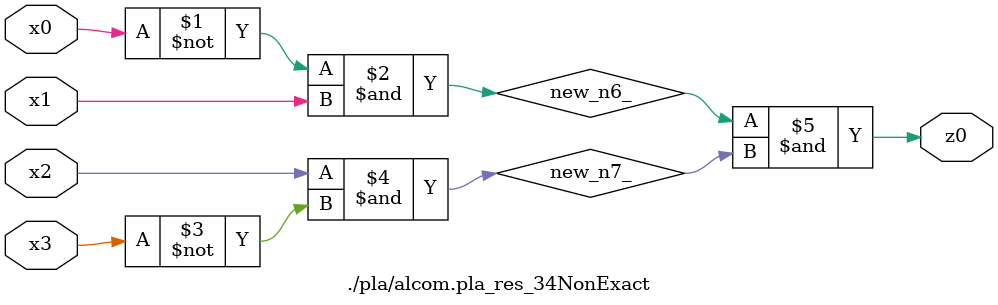
<source format=v>

module \./pla/alcom.pla_res_34NonExact  ( 
    x0, x1, x2, x3,
    z0  );
  input  x0, x1, x2, x3;
  output z0;
  wire new_n6_, new_n7_;
  assign new_n6_ = ~x0 & x1;
  assign new_n7_ = x2 & ~x3;
  assign z0 = new_n6_ & new_n7_;
endmodule



</source>
